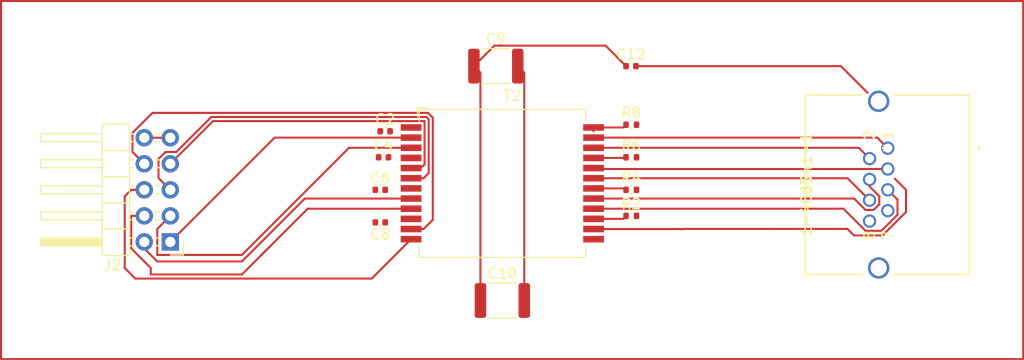
<source format=kicad_pcb>
(kicad_pcb (version 20221018) (generator pcbnew)
  (layers (0 "F.Cu" signal) (31 "B.Cu" signal) (34 "B.Paste" user) (35 "F.Paste" user) (36 "B.SilkS" user "B.Silkscreen") (37 "F.SilkS" user "F.Silkscreen") (38 "B.Mask" user) (39 "F.Mask" user) (44 "Edge.Cuts" user))
  (net 0 "")
  (net 1 "GND")
  (net 2 "Net-(T2-MCT4)")
  (net 3 "Net-(T2-MCT3)")
  (net 4 "Net-(T2-MCT2)")
  (net 5 "Net-(T2-MCT1)")
  (net 6 "Earth")
  (net 7 "Net-(C12-Pad2)")
  (net 8 "Net-(T2-MX1+)")
  (net 9 "Net-(T2-MX1-)")
  (net 10 "Net-(T2-MX2+)")
  (net 11 "Net-(T2-MX3+)")
  (net 12 "Net-(T2-MX3-)")
  (net 13 "Net-(T2-MX2-)")
  (net 14 "Net-(T2-MX4+)")
  (net 15 "Net-(T2-MX4-)")
  (net 16 "Net-(T2-TCT1)")
  (net 17 "Net-(J2-Pin_1)")
  (net 18 "Net-(J2-Pin_3)")
  (net 19 "Net-(T2-TCT2)")
  (net 20 "Net-(J2-Pin_7)")
  (net 21 "Net-(J2-Pin_5)")
  (net 22 "Net-(T2-TCT3)")
  (net 23 "Net-(J2-Pin_2)")
  (net 24 "Net-(J2-Pin_4)")
  (net 25 "Net-(T2-TCT4)")
  (net 26 "Net-(J2-Pin_8)")
  (net 27 "Net-(J2-Pin_6)")
  (footprint "Resistor_SMD:R_0402_1005Metric" (layer "F.Cu") (at 123.405 73.185)
    (fp_text reference "R4" (at 0 -1.17) (layer "F.SilkS"))
    (fp_text value "75")
    (fp_line (start -0.153641 -0.38) (end 0.153641 -0.38) (stroke (width 0.12)) (layer "F.SilkS"))
    (fp_line (start -0.153641 0.38) (end 0.153641 0.38) (stroke (width 0.12)) (layer "F.SilkS"))
    (pad "1" smd roundrect (at -0.51 0) (size 0.54 0.64) (layers "F.Cu" "F.Paste" "F.Mask") (net 3 "Net-(T2-MCT3)"))
    (pad "2" smd roundrect (at 0.51 0) (size 0.54 0.64) (layers "F.Cu" "F.Paste" "F.Mask") (net 7 "Net-(C12-Pad2)"))
  )
  (footprint "Resistor_SMD:R_0402_1005Metric" (layer "F.Cu") (at 123.405 75.725)
    (fp_text reference "R2" (at 0 -1.17) (layer "F.SilkS"))
    (fp_text value "75")
    (fp_line (start -0.153641 -0.38) (end 0.153641 -0.38) (stroke (width 0.12)) (layer "F.SilkS"))
    (fp_line (start -0.153641 0.38) (end 0.153641 0.38) (stroke (width 0.12)) (layer "F.SilkS"))
    (pad "1" smd roundrect (at -0.51 0) (size 0.54 0.64) (layers "F.Cu" "F.Paste" "F.Mask") (net 2 "Net-(T2-MCT4)"))
    (pad "2" smd roundrect (at 0.51 0) (size 0.54 0.64) (layers "F.Cu" "F.Paste" "F.Mask") (net 7 "Net-(C12-Pad2)"))
  )
  (footprint "Capacitor_SMD:C_0402_1005Metric" (layer "F.Cu") (at 99.245 70.01)
    (fp_text reference "C4" (at 0 -1.16) (layer "F.SilkS"))
    (fp_text value "0.1u")
    (fp_line (start -0.107836 -0.36) (end 0.107836 -0.36) (stroke (width 0.12)) (layer "F.SilkS"))
    (fp_line (start -0.107836 0.36) (end 0.107836 0.36) (stroke (width 0.12)) (layer "F.SilkS"))
    (pad "1" smd roundrect (at -0.48 0) (size 0.56 0.62) (layers "F.Cu" "F.Paste" "F.Mask") (net 19 "Net-(T2-TCT2)"))
    (pad "2" smd roundrect (at 0.48 0) (size 0.56 0.62) (layers "F.Cu" "F.Paste" "F.Mask") (net 1 "GND"))
  )
  (footprint "Capacitor_SMD:C_0402_1005Metric" (layer "F.Cu") (at 99.4 67.47)
    (fp_text reference "C2" (at 0 -1.16) (layer "F.SilkS"))
    (fp_text value "0.1u")
    (fp_line (start -0.107836 -0.36) (end 0.107836 -0.36) (stroke (width 0.12)) (layer "F.SilkS"))
    (fp_line (start -0.107836 0.36) (end 0.107836 0.36) (stroke (width 0.12)) (layer "F.SilkS"))
    (pad "1" smd roundrect (at -0.48 0) (size 0.56 0.62) (layers "F.Cu" "F.Paste" "F.Mask") (net 16 "Net-(T2-TCT1)"))
    (pad "2" smd roundrect (at 0.48 0) (size 0.56 0.62) (layers "F.Cu" "F.Paste" "F.Mask") (net 1 "GND"))
  )
  (footprint "HX5008:HX5008NL" (layer "F.Cu") (at 106.63 72.55)
    (fp_text reference "T2" (at 5.16 -8.53) (layer "F.SilkS"))
    (fp_text value "HX5008")
    (fp_line (start -4.08 -7.39) (end -4.08 -6.52) (stroke (width 0.12)) (layer "F.SilkS"))
    (fp_line (start -3.92 6.03) (end -3.92 7.22) (stroke (width 0.12)) (layer "F.SilkS"))
    (fp_line (start -3.92 7.22) (end 12.32 7.22) (stroke (width 0.12)) (layer "F.SilkS"))
    (fp_line (start -3.91 -7.22) (end -3.91 -6.03) (stroke (width 0.12)) (layer "F.SilkS"))
    (fp_line (start -3.91 -7.22) (end 12.32 -7.22) (stroke (width 0.12)) (layer "F.SilkS"))
    (fp_line (start -3.2 -7.39) (end -4.08 -7.39) (stroke (width 0.12)) (layer "F.SilkS"))
    (fp_line (start 12.32 -7.22) (end 12.32 -6.02) (stroke (width 0.12)) (layer "F.SilkS"))
    (fp_line (start 12.32 6.03) (end 12.32 7.22) (stroke (width 0.12)) (layer "F.SilkS"))
    (pad "1" smd rect (at -4.699 -5.4483 270) (size 0.64 2.03) (layers "F.Cu" "F.Paste" "F.Mask") (net 16 "Net-(T2-TCT1)"))
    (pad "2" smd rect (at -4.699 -4.4577 270) (size 0.64 2.03) (layers "F.Cu" "F.Paste" "F.Mask") (net 17 "Net-(J2-Pin_1)"))
    (pad "3" smd rect (at -4.699 -3.4671 270) (size 0.64 2.03) (layers "F.Cu" "F.Paste" "F.Mask") (net 18 "Net-(J2-Pin_3)"))
    (pad "4" smd rect (at -4.699 -2.4765 270) (size 0.64 2.03) (layers "F.Cu" "F.Paste" "F.Mask") (net 19 "Net-(T2-TCT2)"))
    (pad "5" smd rect (at -4.699 -1.4859 270) (size 0.64 2.03) (layers "F.Cu" "F.Paste" "F.Mask") (net 20 "Net-(J2-Pin_7)"))
    (pad "6" smd rect (at -4.699 -0.4953 270) (size 0.64 2.03) (layers "F.Cu" "F.Paste" "F.Mask") (net 21 "Net-(J2-Pin_5)"))
    (pad "7" smd rect (at -4.699 0.4953 270) (size 0.64 2.03) (layers "F.Cu" "F.Paste" "F.Mask") (net 22 "Net-(T2-TCT3)"))
    (pad "8" smd rect (at -4.699 1.4859 270) (size 0.64 2.03) (layers "F.Cu" "F.Paste" "F.Mask") (net 23 "Net-(J2-Pin_2)"))
    (pad "9" smd rect (at -4.699 2.4765 270) (size 0.64 2.03) (layers "F.Cu" "F.Paste" "F.Mask") (net 24 "Net-(J2-Pin_4)"))
    (pad "10" smd rect (at -4.699 3.4671 270) (size 0.64 2.03) (layers "F.Cu" "F.Paste" "F.Mask") (net 25 "Net-(T2-TCT4)"))
    (pad "11" smd rect (at -4.699 4.4577 270) (size 0.64 2.03) (layers "F.Cu" "F.Paste" "F.Mask") (net 26 "Net-(J2-Pin_8)"))
    (pad "12" smd rect (at -4.699 5.4483 270) (size 0.64 2.03) (layers "F.Cu" "F.Paste" "F.Mask") (net 27 "Net-(J2-Pin_6)"))
    (pad "13" smd rect (at 13.099 5.4483 270) (size 0.64 2.03) (layers "F.Cu" "F.Paste" "F.Mask") (net 15 "Net-(T2-MX4-)"))
    (pad "14" smd rect (at 13.099 4.4577 270) (size 0.64 2.03) (layers "F.Cu" "F.Paste" "F.Mask") (net 14 "Net-(T2-MX4+)"))
    (pad "15" smd rect (at 13.099 3.4671 270) (size 0.64 2.03) (layers "F.Cu" "F.Paste" "F.Mask") (net 2 "Net-(T2-MCT4)"))
    (pad "16" smd rect (at 13.099 2.4765 270) (size 0.64 2.03) (layers "F.Cu" "F.Paste" "F.Mask") (net 12 "Net-(T2-MX3-)"))
    (pad "17" smd rect (at 13.099 1.4859 270) (size 0.64 2.03) (layers "F.Cu" "F.Paste" "F.Mask") (net 11 "Net-(T2-MX3+)"))
    (pad "18" smd rect (at 13.099 0.4953 270) (size 0.64 2.03) (layers "F.Cu" "F.Paste" "F.Mask") (net 3 "Net-(T2-MCT3)"))
    (pad "19" smd rect (at 13.099 -0.4953 270) (size 0.64 2.03) (layers "F.Cu" "F.Paste" "F.Mask") (net 13 "Net-(T2-MX2-)"))
    (pad "20" smd rect (at 13.099 -1.4859 270) (size 0.64 2.03) (layers "F.Cu" "F.Paste" "F.Mask") (net 10 "Net-(T2-MX2+)"))
    (pad "21" smd rect (at 13.099 -2.4765 270) (size 0.64 2.03) (layers "F.Cu" "F.Paste" "F.Mask") (net 4 "Net-(T2-MCT2)"))
    (pad "22" smd rect (at 13.099 -3.4671 270) (size 0.64 2.03) (layers "F.Cu" "F.Paste" "F.Mask") (net 9 "Net-(T2-MX1-)"))
    (pad "23" smd rect (at 13.099 -4.4577 270) (size 0.64 2.03) (layers "F.Cu" "F.Paste" "F.Mask") (net 8 "Net-(T2-MX1+)"))
    (pad "24" smd rect (at 13.099 -5.4483 270) (size 0.64 2.03) (layers "F.Cu" "F.Paste" "F.Mask") (net 5 "Net-(T2-MCT1)"))
  )
  (footprint "Connector_PinHeader_2.54mm:PinHeader_2x05_P2.54mm_Horizontal" (layer "F.Cu") (at 78.445 78.265 180)
    (fp_text reference "J2" (at 5.655 -2.27) (layer "F.SilkS"))
    (fp_text value "Conn_02x05_Odd_Even")
    (fp_line (start -1.27 -1.27) (end 0 -1.27) (stroke (width 0.12)) (layer "F.SilkS"))
    (fp_line (start -1.27 0) (end -1.27 -1.27) (stroke (width 0.12)) (layer "F.SilkS"))
    (fp_line (start 1.042929 2.16) (end 1.497071 2.16) (stroke (width 0.12)) (layer "F.SilkS"))
    (fp_line (start 1.042929 2.92) (end 1.497071 2.92) (stroke (width 0.12)) (layer "F.SilkS"))
    (fp_line (start 1.042929 4.7) (end 1.497071 4.7) (stroke (width 0.12)) (layer "F.SilkS"))
    (fp_line (start 1.042929 5.46) (end 1.497071 5.46) (stroke (width 0.12)) (layer "F.SilkS"))
    (fp_line (start 1.042929 7.24) (end 1.497071 7.24) (stroke (width 0.12)) (layer "F.SilkS"))
    (fp_line (start 1.042929 8) (end 1.497071 8) (stroke (width 0.12)) (layer "F.SilkS"))
    (fp_line (start 1.042929 9.78) (end 1.497071 9.78) (stroke (width 0.12)) (layer "F.SilkS"))
    (fp_line (start 1.042929 10.54) (end 1.497071 10.54) (stroke (width 0.12)) (layer "F.SilkS"))
    (fp_line (start 1.11 -0.38) (end 1.497071 -0.38) (stroke (width 0.12)) (layer "F.SilkS"))
    (fp_line (start 1.11 0.38) (end 1.497071 0.38) (stroke (width 0.12)) (layer "F.SilkS"))
    (fp_line (start 3.582929 -0.38) (end 3.98 -0.38) (stroke (width 0.12)) (layer "F.SilkS"))
    (fp_line (start 3.582929 0.38) (end 3.98 0.38) (stroke (width 0.12)) (layer "F.SilkS"))
    (fp_line (start 3.582929 2.16) (end 3.98 2.16) (stroke (width 0.12)) (layer "F.SilkS"))
    (fp_line (start 3.582929 2.92) (end 3.98 2.92) (stroke (width 0.12)) (layer "F.SilkS"))
    (fp_line (start 3.582929 4.7) (end 3.98 4.7) (stroke (width 0.12)) (layer "F.SilkS"))
    (fp_line (start 3.582929 5.46) (end 3.98 5.46) (stroke (width 0.12)) (layer "F.SilkS"))
    (fp_line (start 3.582929 7.24) (end 3.98 7.24) (stroke (width 0.12)) (layer "F.SilkS"))
    (fp_line (start 3.582929 8) (end 3.98 8) (stroke (width 0.12)) (layer "F.SilkS"))
    (fp_line (start 3.582929 9.78) (end 3.98 9.78) (stroke (width 0.12)) (layer "F.SilkS"))
    (fp_line (start 3.582929 10.54) (end 3.98 10.54) (stroke (width 0.12)) (layer "F.SilkS"))
    (fp_line (start 3.98 -1.33) (end 3.98 11.49) (stroke (width 0.12)) (layer "F.SilkS"))
    (fp_line (start 3.98 1.27) (end 6.64 1.27) (stroke (width 0.12)) (layer "F.SilkS"))
    (fp_line (start 3.98 3.81) (end 6.64 3.81) (stroke (width 0.12)) (layer "F.SilkS"))
    (fp_line (start 3.98 6.35) (end 6.64 6.35) (stroke (width 0.12)) (layer "F.SilkS"))
    (fp_line (start 3.98 8.89) (end 6.64 8.89) (stroke (width 0.12)) (layer "F.SilkS"))
    (fp_line (start 3.98 11.49) (end 6.64 11.49) (stroke (width 0.12)) (layer "F.SilkS"))
    (fp_line (start 6.64 -1.33) (end 3.98 -1.33) (stroke (width 0.12)) (layer "F.SilkS"))
    (fp_line (start 6.64 -0.38) (end 12.64 -0.38) (stroke (width 0.12)) (layer "F.SilkS"))
    (fp_line (start 6.64 -0.32) (end 12.64 -0.32) (stroke (width 0.12)) (layer "F.SilkS"))
    (fp_line (start 6.64 -0.2) (end 12.64 -0.2) (stroke (width 0.12)) (layer "F.SilkS"))
    (fp_line (start 6.64 -0.08) (end 12.64 -0.08) (stroke (width 0.12)) (layer "F.SilkS"))
    (fp_line (start 6.64 0.04) (end 12.64 0.04) (stroke (width 0.12)) (layer "F.SilkS"))
    (fp_line (start 6.64 0.16) (end 12.64 0.16) (stroke (width 0.12)) (layer "F.SilkS"))
    (fp_line (start 6.64 0.28) (end 12.64 0.28) (stroke (width 0.12)) (layer "F.SilkS"))
    (fp_line (start 6.64 2.16) (end 12.64 2.16) (stroke (width 0.12)) (layer "F.SilkS"))
    (fp_line (start 6.64 4.7) (end 12.64 4.7) (stroke (width 0.12)) (layer "F.SilkS"))
    (fp_line (start 6.64 7.24) (end 12.64 7.24) (stroke (width 0.12)) (layer "F.SilkS"))
    (fp_line (start 6.64 9.78) (end 12.64 9.78) (stroke (width 0.12)) (layer "F.SilkS"))
    (fp_line (start 6.64 11.49) (end 6.64 -1.33) (stroke (width 0.12)) (layer "F.SilkS"))
    (fp_line (start 12.64 -0.38) (end 12.64 0.38) (stroke (width 0.12)) (layer "F.SilkS"))
    (fp_line (start 12.64 0.38) (end 6.64 0.38) (stroke (width 0.12)) (layer "F.SilkS"))
    (fp_line (start 12.64 2.16) (end 12.64 2.92) (stroke (width 0.12)) (layer "F.SilkS"))
    (fp_line (start 12.64 2.92) (end 6.64 2.92) (stroke (width 0.12)) (layer "F.SilkS"))
    (fp_line (start 12.64 4.7) (end 12.64 5.46) (stroke (width 0.12)) (layer "F.SilkS"))
    (fp_line (start 12.64 5.46) (end 6.64 5.46) (stroke (width 0.12)) (layer "F.SilkS"))
    (fp_line (start 12.64 7.24) (end 12.64 8) (stroke (width 0.12)) (layer "F.SilkS"))
    (fp_line (start 12.64 8) (end 6.64 8) (stroke (width 0.12)) (layer "F.SilkS"))
    (fp_line (start 12.64 9.78) (end 12.64 10.54) (stroke (width 0.12)) (layer "F.SilkS"))
    (fp_line (start 12.64 10.54) (end 6.64 10.54) (stroke (width 0.12)) (layer "F.SilkS"))
    (pad "1" thru_hole rect (at 0 0 180) (size 1.7 1.7) (drill 1) (layers "*.Cu" "*.Mask") (net 17 "Net-(J2-Pin_1)"))
    (pad "2" thru_hole oval (at 2.54 0 180) (size 1.7 1.7) (drill 1) (layers "*.Cu" "*.Mask") (net 23 "Net-(J2-Pin_2)"))
    (pad "3" thru_hole oval (at 0 2.54 180) (size 1.7 1.7) (drill 1) (layers "*.Cu" "*.Mask") (net 18 "Net-(J2-Pin_3)"))
    (pad "4" thru_hole oval (at 2.54 2.54 180) (size 1.7 1.7) (drill 1) (layers "*.Cu" "*.Mask") (net 24 "Net-(J2-Pin_4)"))
    (pad "5" thru_hole oval (at 0 5.08 180) (size 1.7 1.7) (drill 1) (layers "*.Cu" "*.Mask") (net 21 "Net-(J2-Pin_5)"))
    (pad "6" thru_hole oval (at 2.54 5.08 180) (size 1.7 1.7) (drill 1) (layers "*.Cu" "*.Mask") (net 27 "Net-(J2-Pin_6)"))
    (pad "7" thru_hole oval (at 0 7.62 180) (size 1.7 1.7) (drill 1) (layers "*.Cu" "*.Mask") (net 20 "Net-(J2-Pin_7)"))
    (pad "8" thru_hole oval (at 2.54 7.62 180) (size 1.7 1.7) (drill 1) (layers "*.Cu" "*.Mask") (net 26 "Net-(J2-Pin_8)"))
    (pad "9" thru_hole oval (at 0 10.16 180) (size 1.7 1.7) (drill 1) (layers "*.Cu" "*.Mask") (net 1 "GND"))
    (pad "10" thru_hole oval (at 2.54 10.16 180) (size 1.7 1.7) (drill 1) (layers "*.Cu" "*.Mask") (net 1 "GND"))
  )
  (footprint "Capacitor_SMD:C_0402_1005Metric" (layer "F.Cu") (at 98.92 76.36 180)
    (fp_text reference "C8" (at 0 -1.16) (layer "F.SilkS"))
    (fp_text value "0.1u")
    (fp_line (start -0.107836 -0.36) (end 0.107836 -0.36) (stroke (width 0.12)) (layer "F.SilkS"))
    (fp_line (start -0.107836 0.36) (end 0.107836 0.36) (stroke (width 0.12)) (layer "F.SilkS"))
    (pad "1" smd roundrect (at -0.48 0 180) (size 0.56 0.62) (layers "F.Cu" "F.Paste" "F.Mask") (net 25 "Net-(T2-TCT4)"))
    (pad "2" smd roundrect (at 0.48 0 180) (size 0.56 0.62) (layers "F.Cu" "F.Paste" "F.Mask") (net 1 "GND"))
  )
  (footprint "Resistor_SMD:R_0402_1005Metric" (layer "F.Cu") (at 123.405 66.835)
    (fp_text reference "R8" (at 0 -1.17) (layer "F.SilkS"))
    (fp_text value "75")
    (fp_line (start -0.153641 -0.38) (end 0.153641 -0.38) (stroke (width 0.12)) (layer "F.SilkS"))
    (fp_line (start -0.153641 0.38) (end 0.153641 0.38) (stroke (width 0.12)) (layer "F.SilkS"))
    (pad "1" smd roundrect (at -0.51 0) (size 0.54 0.64) (layers "F.Cu" "F.Paste" "F.Mask") (net 5 "Net-(T2-MCT1)"))
    (pad "2" smd roundrect (at 0.51 0) (size 0.54 0.64) (layers "F.Cu" "F.Paste" "F.Mask") (net 7 "Net-(C12-Pad2)"))
  )
  (footprint "Resistor_SMD:R_0402_1005Metric" (layer "F.Cu") (at 123.405 70.01)
    (fp_text reference "R6" (at 0 -1.17) (layer "F.SilkS"))
    (fp_text value "75")
    (fp_line (start -0.153641 -0.38) (end 0.153641 -0.38) (stroke (width 0.12)) (layer "F.SilkS"))
    (fp_line (start -0.153641 0.38) (end 0.153641 0.38) (stroke (width 0.12)) (layer "F.SilkS"))
    (pad "1" smd roundrect (at -0.51 0) (size 0.54 0.64) (layers "F.Cu" "F.Paste" "F.Mask") (net 4 "Net-(T2-MCT2)"))
    (pad "2" smd roundrect (at 0.51 0) (size 0.54 0.64) (layers "F.Cu" "F.Paste" "F.Mask") (net 7 "Net-(C12-Pad2)"))
  )
  (footprint "Capacitor_SMD:C_0402_1005Metric" (layer "F.Cu") (at 123.375 61.12)
    (fp_text reference "C12" (at 0 -1.16) (layer "F.SilkS"))
    (fp_text value "1000p")
    (fp_line (start -0.107836 -0.36) (end 0.107836 -0.36) (stroke (width 0.12)) (layer "F.SilkS"))
    (fp_line (start -0.107836 0.36) (end 0.107836 0.36) (stroke (width 0.12)) (layer "F.SilkS"))
    (pad "1" smd roundrect (at -0.48 0) (size 0.56 0.62) (layers "F.Cu" "F.Paste" "F.Mask") (net 6 "Earth"))
    (pad "2" smd roundrect (at 0.48 0) (size 0.56 0.62) (layers "F.Cu" "F.Paste" "F.Mask") (net 7 "Net-(C12-Pad2)"))
  )
  (footprint "MJ406541:1-406541-1" (layer "F.Cu") (at 148.422 69.121 -90)
    (fp_text reference "J3" (at 3.556 7.9248 90) (layer "F.SilkS"))
    (fp_text value "1-406541-1" (at 3.556 7.9248 90) (layer "F.SilkS"))
    (fp_text user "2" (at -1.297 1.778 90) (layer "F.SilkS"))
    (fp_text user "*" (at 0 0 90) (layer "F.SilkS"))
    (fp_text user "8" (at 8.509 1.778 90) (layer "F.SilkS"))
    (fp_text user "7" (at 8.509 0 90) (layer "F.SilkS"))
    (fp_text user "1" (at -1.297 0 90) (layer "F.SilkS"))
    (fp_line (start -5.207 -7.9502) (end -5.207 -0.635) (stroke (width 0.1524)) (layer "F.SilkS"))
    (fp_line (start -5.207 8.0518) (end -5.207 2.54) (stroke (width 0.1524)) (layer "F.SilkS"))
    (fp_line (start -5.207 8.0518) (end 12.319 8.0518) (stroke (width 0.1524)) (layer "F.SilkS"))
    (fp_line (start 12.319 -7.9502) (end -5.207 -7.9502) (stroke (width 0.1524)) (layer "F.SilkS"))
    (fp_line (start 12.319 -0.635) (end 12.319 -7.9502) (stroke (width 0.1524)) (layer "F.SilkS"))
    (fp_line (start 12.319 8.0518) (end 12.319 2.54) (stroke (width 0.1524)) (layer "F.SilkS"))
    (fp_arc (start -0.1016 -8.89) (mid 0.1016 -8.89) (end -0.1016 -8.89) (stroke (width 0.1524)) (layer "F.SilkS"))
    (pad "" np_thru_hole circle (at -2.794 -2.54 270) (size 3.2512 3.2512) (drill 3.2512) (layers "*.Cu" "*.Mask"))
    (pad "" np_thru_hole circle (at 9.906 -2.54 270) (size 3.2512 3.2512) (drill 3.2512) (layers "*.Cu" "*.Mask"))
    (pad "1" thru_hole circle (at 0 0 270) (size 1.297 1.297) (drill 0.889) (layers "*.Cu" "*.Mask") (net 8 "Net-(T2-MX1+)"))
    (pad "2" thru_hole circle (at 1.016 1.778 270) (size 1.297 1.297) (drill 0.889) (layers "*.Cu" "*.Mask") (net 9 "Net-(T2-MX1-)"))
    (pad "3" thru_hole circle (at 2.032 0 270) (size 1.297 1.297) (drill 0.889) (layers "*.Cu" "*.Mask") (net 10 "Net-(T2-MX2+)"))
    (pad "4" thru_hole circle (at 3.048 1.778 270) (size 1.297 1.297) (drill 0.889) (layers "*.Cu" "*.Mask") (net 11 "Net-(T2-MX3+)"))
    (pad "5" thru_hole circle (at 4.064 0 270) (size 1.297 1.297) (drill 0.889) (layers "*.Cu" "*.Mask") (net 12 "Net-(T2-MX3-)"))
    (pad "6" thru_hole circle (at 5.08 1.778 270) (size 1.297 1.297) (drill 0.889) (layers "*.Cu" "*.Mask") (net 13 "Net-(T2-MX2-)"))
    (pad "7" thru_hole circle (at 6.096 0 270) (size 1.297 1.297) (drill 0.889) (layers "*.Cu" "*.Mask") (net 14 "Net-(T2-MX4+)"))
    (pad "8" thru_hole circle (at 7.112 1.778 270) (size 1.297 1.297) (drill 0.889) (layers "*.Cu" "*.Mask") (net 15 "Net-(T2-MX4-)"))
    (pad "9" thru_hole circle (at -4.572 0.889 270) (size 2.0828 2.0828) (drill 1.5748) (layers "*.Cu" "*.Mask") (net 6 "Earth"))
    (pad "10" thru_hole circle (at 11.684 0.889 270) (size 2.0828 2.0828) (drill 1.5748) (layers "*.Cu" "*.Mask") (net 6 "Earth"))
  )
  (footprint "Capacitor_SMD:C_0402_1005Metric" (layer "F.Cu") (at 98.92 73.185)
    (fp_text reference "C6" (at 0 -1.16) (layer "F.SilkS"))
    (fp_text value "0.1u")
    (fp_line (start -0.107836 -0.36) (end 0.107836 -0.36) (stroke (width 0.12)) (layer "F.SilkS"))
    (fp_line (start -0.107836 0.36) (end 0.107836 0.36) (stroke (width 0.12)) (layer "F.SilkS"))
    (pad "1" smd roundrect (at -0.48 0) (size 0.56 0.62) (layers "F.Cu" "F.Paste" "F.Mask") (net 22 "Net-(T2-TCT3)"))
    (pad "2" smd roundrect (at 0.48 0) (size 0.56 0.62) (layers "F.Cu" "F.Paste" "F.Mask") (net 1 "GND"))
  )
  (footprint "Resistor_SMD:R_1812_4532Metric" (layer "F.Cu") (at 110.83 83.98)
    (fp_text reference "C10" (at 0 -2.65) (layer "F.SilkS"))
    (fp_text value "4700p")
    (fp_line (start -1.386252 -1.71) (end 1.386252 -1.71) (stroke (width 0.12)) (layer "F.SilkS"))
    (fp_line (start -1.386252 1.71) (end 1.386252 1.71) (stroke (width 0.12)) (layer "F.SilkS"))
    (pad "1" smd roundrect (at -2.1375 0) (size 1.125 3.4) (layers "F.Cu" "F.Paste" "F.Mask") (roundrect_rratio 0.222222) (net 6 "Earth"))
    (pad "2" smd roundrect (at 2.1375 0) (size 1.125 3.4) (layers "F.Cu" "F.Paste" "F.Mask") (roundrect_rratio 0.222222) (net 1 "GND"))
  )
  (footprint "Resistor_SMD:R_1812_4532Metric" (layer "F.Cu") (at 110.195 61.12)
    (fp_text reference "C9" (at 0 -2.65) (layer "F.SilkS"))
    (fp_text value "4700p")
    (fp_line (start -1.386252 -1.71) (end 1.386252 -1.71) (stroke (width 0.12)) (layer "F.SilkS"))
    (fp_line (start -1.386252 1.71) (end 1.386252 1.71) (stroke (width 0.12)) (layer "F.SilkS"))
    (pad "1" smd roundrect (at -2.1375 0) (size 1.125 3.4) (layers "F.Cu" "F.Paste" "F.Mask") (roundrect_rratio 0.222222) (net 6 "Earth"))
    (pad "2" smd roundrect (at 2.1375 0) (size 1.125 3.4) (layers "F.Cu" "F.Paste" "F.Mask") (roundrect_rratio 0.222222) (net 1 "GND"))
  )
  (gr_rect (start 61.935 54.77) (end 161.63 89.695) (stroke (width 0.2)) (fill none) (layer "F.Cu"))
  (segment (start 112.9675 83.98) (end 112.9675 61.755) (width 0.2) (layer "F.Cu") (net 1))
  (segment (start 112.9675 61.755) (end 112.3325 61.12) (width 0.2) (layer "F.Cu") (net 1))
  (segment (start 78.445 68.105) (end 75.905 68.105) (width 0.2) (layer "F.Cu") (net 1))
  (segment (start 122.6029 76.0171) (end 119.729 76.0171) (width 0.2) (layer "F.Cu") (net 2))
  (segment (start 122.895 75.725) (end 122.6029 76.0171) (width 0.2) (layer "F.Cu") (net 2))
  (segment (start 122.895 73.185) (end 122.7553 73.0453) (width 0.2) (layer "F.Cu") (net 3))
  (segment (start 122.7553 73.0453) (end 119.729 73.0453) (width 0.2) (layer "F.Cu") (net 3))
  (segment (start 122.895 70.01) (end 122.8315 70.0735) (width 0.2) (layer "F.Cu") (net 4))
  (segment (start 122.8315 70.0735) (end 119.729 70.0735) (width 0.2) (layer "F.Cu") (net 4))
  (segment (start 122.895 66.835) (end 122.6283 67.1017) (width 0.2) (layer "F.Cu") (net 5))
  (segment (start 119.729 67.461) (end 119.72 67.47) (width 0.2) (layer "F.Cu") (net 5))
  (segment (start 122.6283 67.1017) (end 119.729 67.1017) (width 0.2) (layer "F.Cu") (net 5))
  (segment (start 110.0575 59.12) (end 108.0575 61.12) (width 0.2) (layer "F.Cu") (net 6))
  (segment (start 147.533 64.803) (end 147.66 64.93) (width 0.2) (layer "F.Cu") (net 6))
  (segment (start 108.6925 61.755) (end 108.0575 61.12) (width 0.2) (layer "F.Cu") (net 6))
  (segment (start 108.6925 83.98) (end 108.6925 61.755) (width 0.2) (layer "F.Cu") (net 6))
  (segment (start 120.895 59.12) (end 110.0575 59.12) (width 0.2) (layer "F.Cu") (net 6))
  (segment (start 122.895 61.12) (end 120.895 59.12) (width 0.2) (layer "F.Cu") (net 6))
  (segment (start 143.85 61.12) (end 146.457487 63.727487) (width 0.2) (layer "F.Cu") (net 7))
  (segment (start 123.855 61.12) (end 143.85 61.12) (width 0.2) (layer "F.Cu") (net 7))
  (segment (start 119.729 68.0923) (end 147.3933 68.0923) (width 0.2) (layer "F.Cu") (net 8))
  (segment (start 147.3933 68.0923) (end 148.422 69.121) (width 0.2) (layer "F.Cu") (net 8))
  (segment (start 145.5899 69.0829) (end 146.644 70.137) (width 0.2) (layer "F.Cu") (net 9))
  (segment (start 119.729 69.0829) (end 145.5899 69.0829) (width 0.2) (layer "F.Cu") (net 9))
  (segment (start 119.729 71.0641) (end 119.8179 71.153) (width 0.2) (layer "F.Cu") (net 10))
  (segment (start 119.8179 71.153) (end 148.422 71.153) (width 0.2) (layer "F.Cu") (net 10))
  (segment (start 145.137518 74.0359) (end 146.251118 75.1495) (width 0.2) (layer "F.Cu") (net 11))
  (segment (start 147.5925 73.808118) (end 146.644 72.859618) (width 0.2) (layer "F.Cu") (net 11))
  (segment (start 146.251118 75.1495) (end 147.036882 75.1495) (width 0.2) (layer "F.Cu") (net 11))
  (segment (start 147.5925 74.593882) (end 147.5925 73.808118) (width 0.2) (layer "F.Cu") (net 11))
  (segment (start 119.729 74.0359) (end 145.137518 74.0359) (width 0.2) (layer "F.Cu") (net 11))
  (segment (start 147.036882 75.1495) (end 147.5925 74.593882) (width 0.2) (layer "F.Cu") (net 11))
  (segment (start 146.644 72.859618) (end 146.644 72.169) (width 0.2) (layer "F.Cu") (net 11))
  (segment (start 149.3705 75.609882) (end 149.3705 74.1335) (width 0.2) (layer "F.Cu") (net 12))
  (segment (start 144.096118 75.0265) (end 146.251118 77.1815) (width 0.2) (layer "F.Cu") (net 12))
  (segment (start 146.251118 77.1815) (end 147.798882 77.1815) (width 0.2) (layer "F.Cu") (net 12))
  (segment (start 149.3705 74.1335) (end 148.422 73.185) (width 0.2) (layer "F.Cu") (net 12))
  (segment (start 147.798882 77.1815) (end 149.3705 75.609882) (width 0.2) (layer "F.Cu") (net 12))
  (segment (start 119.729 75.0265) (end 144.096118 75.0265) (width 0.2) (layer "F.Cu") (net 12))
  (segment (start 144.4977 72.0547) (end 146.644 74.201) (width 0.2) (layer "F.Cu") (net 13))
  (segment (start 119.729 72.0547) (end 144.4977 72.0547) (width 0.2) (layer "F.Cu") (net 13))
  (segment (start 150.2 73.82) (end 150.2 73.185) (width 0.2) (layer "F.Cu") (net 14))
  (segment (start 143.215 76.995) (end 144.485 76.995) (width 0.2) (layer "F.Cu") (net 14))
  (segment (start 149.565 72.55) (end 149.1165 72.1015) (width 0.2) (layer "F.Cu") (net 14))
  (segment (start 150.2 75.346067) (end 150.2 73.82) (width 0.2) (layer "F.Cu") (net 14))
  (segment (start 145.12 77.63) (end 147.916068 77.63) (width 0.2) (layer "F.Cu") (net 14))
  (segment (start 128.5973 77.0077) (end 128.61 76.995) (width 0.2) (layer "F.Cu") (net 14))
  (segment (start 136.865 76.995) (end 143.215 76.995) (width 0.2) (layer "F.Cu") (net 14))
  (segment (start 147.916068 77.63) (end 148.198882 77.347185) (width 0.2) (layer "F.Cu") (net 14))
  (segment (start 150.2 73.185) (end 149.565 72.55) (width 0.2) (layer "F.Cu") (net 14))
  (segment (start 128.61 76.995) (end 136.865 76.995) (width 0.2) (layer "F.Cu") (net 14))
  (segment (start 144.485 76.995) (end 145.12 77.63) (width 0.2) (layer "F.Cu") (net 14))
  (segment (start 148.198882 77.347185) (end 149.693034 75.853033) (width 0.2) (layer "F.Cu") (net 14))
  (segment (start 149.693034 75.853033) (end 150.2 75.346067) (width 0.2) (layer "F.Cu") (net 14))
  (segment (start 119.729 77.0077) (end 128.5973 77.0077) (width 0.2) (layer "F.Cu") (net 14))
  (segment (start 78.445 78.265) (end 88.6177 68.0923) (width 0.2) (layer "F.Cu") (net 17))
  (segment (start 88.6177 68.0923) (end 101.931 68.0923) (width 0.2) (layer "F.Cu") (net 17))
  (segment (start 77.175 79.535) (end 85.43 79.535) (width 0.2) (layer "F.Cu") (net 18))
  (segment (start 85.43 79.535) (end 95.8821 69.0829) (width 0.2) (layer "F.Cu") (net 18))
  (segment (start 77.175 76.995) (end 77.175 79.535) (width 0.2) (layer "F.Cu") (net 18))
  (segment (start 78.445 75.725) (end 77.175 76.995) (width 0.2) (layer "F.Cu") (net 18))
  (segment (start 95.8821 69.0829) (end 101.931 69.0829) (width 0.2) (layer "F.Cu") (net 18))
  (segment (start 102.8754 71.0641) (end 101.931 71.0641) (width 0.2) (layer "F.Cu") (net 20))
  (segment (start 103.246 70.6935) (end 102.8754 71.0641) (width 0.2) (layer "F.Cu") (net 20))
  (segment (start 103.246 66.4817) (end 103.246 70.6935) (width 0.2) (layer "F.Cu") (net 20))
  (segment (start 78.445 70.645) (end 82.6083 66.4817) (width 0.2) (layer "F.Cu") (net 20))
  (segment (start 82.6083 66.4817) (end 103.246 66.4817) (width 0.2) (layer "F.Cu") (net 20))
  (segment (start 79.029315 69.495) (end 82.442615 66.0817) (width 0.2) (layer "F.Cu") (net 21))
  (segment (start 103.411685 66.0817) (end 103.646 66.316015) (width 0.2) (layer "F.Cu") (net 21))
  (segment (start 103.646 71.5547) (end 103.146 72.0547) (width 0.2) (layer "F.Cu") (net 21))
  (segment (start 77.295 70.168654) (end 77.968654 69.495) (width 0.2) (layer "F.Cu") (net 21))
  (segment (start 77.968654 69.495) (end 79.029315 69.495) (width 0.2) (layer "F.Cu") (net 21))
  (segment (start 102.0707 71.915) (end 101.931 72.0547) (width 0.2) (layer "F.Cu") (net 21))
  (segment (start 103.646 66.316015) (end 103.646 71.5547) (width 0.2) (layer "F.Cu") (net 21))
  (segment (start 103.146 72.0547) (end 101.931 72.0547) (width 0.2) (layer "F.Cu") (net 21))
  (segment (start 78.445 73.185) (end 77.295 72.035) (width 0.2) (layer "F.Cu") (net 21))
  (segment (start 77.295 72.035) (end 77.295 70.168654) (width 0.2) (layer "F.Cu") (net 21))
  (segment (start 82.442615 66.0817) (end 103.411685 66.0817) (width 0.2) (layer "F.Cu") (net 21))
  (segment (start 77.175 80.17) (end 85.43 80.17) (width 0.2) (layer "F.Cu") (net 23))
  (segment (start 75.905 78.265) (end 75.905 78.9) (width 0.2) (layer "F.Cu") (net 23))
  (segment (start 91.5641 74.0359) (end 101.931 74.0359) (width 0.2) (layer "F.Cu") (net 23))
  (segment (start 75.905 78.9) (end 77.175 80.17) (width 0.2) (layer "F.Cu") (net 23))
  (segment (start 85.43 80.17) (end 91.5641 74.0359) (width 0.2) (layer "F.Cu") (net 23))
  (segment (start 74.635 78.9) (end 76.54 80.805) (width 0.2) (layer "F.Cu") (net 24))
  (segment (start 76.54 80.805) (end 76.54 81.44) (width 0.2) (layer "F.Cu") (net 24))
  (segment (start 87.335 79.535) (end 91.8435 75.0265) (width 0.2) (layer "F.Cu") (net 24))
  (segment (start 74.635 75.725) (end 74.635 78.9) (width 0.2) (layer "F.Cu") (net 24))
  (segment (start 91.8435 75.0265) (end 101.931 75.0265) (width 0.2) (layer "F.Cu") (net 24))
  (segment (start 75.905 75.725) (end 74.635 75.725) (width 0.2) (layer "F.Cu") (net 24))
  (segment (start 87.335 79.535) (end 87.97 78.9) (width 0.2) (layer "F.Cu") (net 24))
  (segment (start 85.43 81.44) (end 87.335 79.535) (width 0.2) (layer "F.Cu") (net 24))
  (segment (start 76.54 81.44) (end 85.43 81.44) (width 0.2) (layer "F.Cu") (net 24))
  (segment (start 76.701954 65.6817) (end 103.577371 65.6817) (width 0.2) (layer "F.Cu") (net 26))
  (segment (start 74.755 67.628654) (end 76.701954 65.6817) (width 0.2) (layer "F.Cu") (net 26))
  (segment (start 103.146 77.0077) (end 101.931 77.0077) (width 0.2) (layer "F.Cu") (net 26))
  (segment (start 74.755 69.495) (end 74.755 67.628654) (width 0.2) (layer "F.Cu") (net 26))
  (segment (start 75.905 70.645) (end 74.755 69.495) (width 0.2) (layer "F.Cu") (net 26))
  (segment (start 104.046 76.1077) (end 103.146 77.0077) (width 0.2) (layer "F.Cu") (net 26))
  (segment (start 104.046 66.15033) (end 104.046 76.1077) (width 0.2) (layer "F.Cu") (net 26))
  (segment (start 103.577371 65.6817) (end 104.046 66.15033) (width 0.2) (layer "F.Cu") (net 26))
  (segment (start 74 80.805) (end 75.035 81.84) (width 0.2) (layer "F.Cu") (net 27))
  (segment (start 75.905 73.185) (end 74.635 73.185) (width 0.2) (layer "F.Cu") (net 27))
  (segment (start 74.635 73.185) (end 74 73.82) (width 0.2) (layer "F.Cu") (net 27))
  (segment (start 98.0893 81.84) (end 101.931 77.9983) (width 0.2) (layer "F.Cu") (net 27))
  (segment (start 75.035 81.84) (end 98.0893 81.84) (width 0.2) (layer "F.Cu") (net 27))
  (segment (start 74 73.82) (end 74 80.805) (width 0.2) (layer "F.Cu") (net 27))
)
</source>
